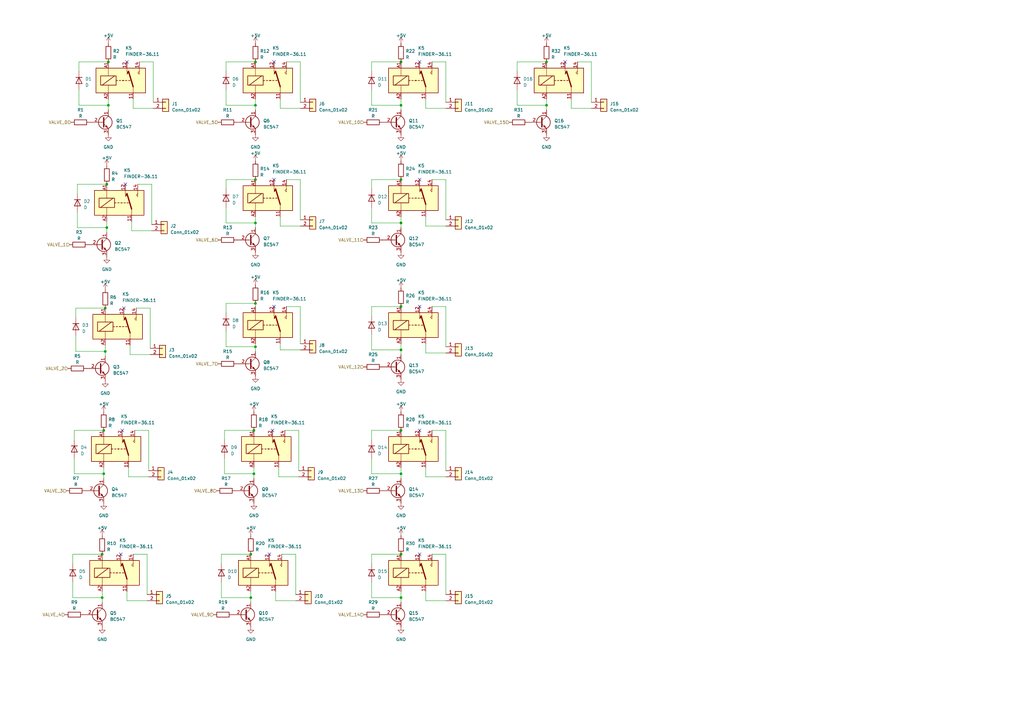
<source format=kicad_sch>
(kicad_sch (version 20230121) (generator eeschema)
  (paper "A3")
  (lib_symbols
    (symbol "Connector_Generic:Conn_01x02" (pin_names (offset 1.016) hide)
      (property "Reference" "J" (at 0 2.54 0))
      (property "Value" "Conn_01x02" (at 0 -5.08 0))
      (symbol "Conn_01x02_1_1"
        (rectangle (start -1.27 -2.413) (end 0 -2.667) (stroke (width 0.1524)))
        (rectangle (start -1.27 0.127) (end 0 -0.127) (stroke (width 0.1524)))
        (rectangle (start -1.27 1.27) (end 1.27 -3.81) (stroke (width 0.254)) (fill (type background)))
        (pin passive line (at -5.08 0 0) (length 3.81) (name "Pin_1") (number "1"))
        (pin passive line (at -5.08 -2.54 0) (length 3.81) (name "Pin_2") (number "2"))
      )
    )
    (symbol "Device:D" (pin_numbers hide) (pin_names (offset 1.016) hide)
      (property "Reference" "D" (at 0 2.54 0))
      (property "Value" "D" (at 0 -2.54 0))
      (symbol "D_0_1"
        (polyline (pts (xy -1.27 1.27) (xy -1.27 -1.27)) (stroke (width 0.254)))
        (polyline (pts (xy 1.27 0) (xy -1.27 0)))
        (polyline (pts (xy 1.27 1.27) (xy 1.27 -1.27) (xy -1.27 0) (xy 1.27 1.27)) (stroke (width 0.254)))
      )
      (symbol "D_1_1"
        (pin passive line (at -3.81 0 0) (length 2.54) (name "K") (number "1"))
        (pin passive line (at 3.81 0 180) (length 2.54) (name "A") (number "2"))
      )
    )
    (symbol "Device:R" (pin_numbers hide) (pin_names (offset 0))
      (property "Reference" "R" (at 2.032 0 90))
      (property "Value" "R" (at 0 0 90))
      (symbol "R_0_1"
        (rectangle (start -1.016 -2.54) (end 1.016 2.54) (stroke (width 0.254)))
      )
      (symbol "R_1_1"
        (pin passive line (at 0 3.81 270) (length 1.27) (name "~") (number "1"))
        (pin passive line (at 0 -3.81 90) (length 1.27) (name "~") (number "2"))
      )
    )
    (symbol "Relay:FINDER-36.11"
      (property "Reference" "K" (at 11.43 3.81 0))
      (property "Value" "FINDER-36.11" (at 11.43 1.27 0))
      (symbol "FINDER-36.11_0_0"
        (polyline (pts (xy 2.54 3.81) (xy 2.54 5.08)))
        (polyline (pts (xy 7.62 3.81) (xy 7.62 5.08)))
        (polyline (pts (xy 7.62 3.81) (xy 7.62 2.54) (xy 6.985 3.175) (xy 7.62 3.81)))
      )
      (symbol "FINDER-36.11_0_1"
        (rectangle (start -10.16 5.08) (end 10.16 -5.08) (stroke (width 0.254)) (fill (type background)))
        (rectangle (start -8.255 1.905) (end -1.905 -1.905) (stroke (width 0.254)))
        (polyline (pts (xy -7.62 -1.905) (xy -2.54 1.905)) (stroke (width 0.254)))
        (polyline (pts (xy -5.08 -5.08) (xy -5.08 -1.905)))
        (polyline (pts (xy -5.08 5.08) (xy -5.08 1.905)))
        (polyline (pts (xy -1.905 0) (xy -1.27 0)) (stroke (width 0.254)))
        (polyline (pts (xy -0.635 0) (xy 0 0)) (stroke (width 0.254)))
        (polyline (pts (xy 0.635 0) (xy 1.27 0)) (stroke (width 0.254)))
        (polyline (pts (xy 0.635 0) (xy 1.27 0)) (stroke (width 0.254)))
        (polyline (pts (xy 1.905 0) (xy 2.54 0)) (stroke (width 0.254)))
        (polyline (pts (xy 3.175 0) (xy 3.81 0)) (stroke (width 0.254)))
        (polyline (pts (xy 5.08 -2.54) (xy 3.175 3.81)) (stroke (width 0.508)))
        (polyline (pts (xy 5.08 -2.54) (xy 5.08 -5.08)))
        (polyline (pts (xy 2.54 2.54) (xy 3.175 3.175) (xy 2.54 3.81)) (fill (type outline)))
      )
      (symbol "FINDER-36.11_1_1"
        (pin passive line (at 5.08 -7.62 90) (length 2.54) (name "~") (number "11"))
        (pin passive line (at 2.54 7.62 270) (length 2.54) (name "~") (number "12"))
        (pin passive line (at 7.62 7.62 270) (length 2.54) (name "~") (number "14"))
        (pin passive line (at -5.08 7.62 270) (length 2.54) (name "~") (number "A1"))
        (pin passive line (at -5.08 -7.62 90) (length 2.54) (name "~") (number "A2"))
      )
    )
    (symbol "Transistor_BJT:BC547" (pin_names (offset 0) hide)
      (property "Reference" "Q" (at 5.08 1.905 0))
      (property "Value" "BC547" (at 5.08 0 0))
      (symbol "BC547_0_1"
        (polyline (pts (xy 0 0) (xy 0.635 0)))
        (polyline (pts (xy 0.635 0.635) (xy 2.54 2.54)))
        (polyline (pts (xy 0.635 -0.635) (xy 2.54 -2.54) (xy 2.54 -2.54)))
        (polyline (pts (xy 0.635 1.905) (xy 0.635 -1.905) (xy 0.635 -1.905)) (stroke (width 0.508)))
        (polyline (pts (xy 1.27 -1.778) (xy 1.778 -1.27) (xy 2.286 -2.286) (xy 1.27 -1.778) (xy 1.27 -1.778)) (fill (type outline)))
        (circle (center 1.27 0) (radius 2.8194) (stroke (width 0.254)))
      )
      (symbol "BC547_1_1"
        (pin passive line (at 2.54 5.08 270) (length 2.54) (name "C") (number "1"))
        (pin input line (at -5.08 0 0) (length 5.08) (name "B") (number "2"))
        (pin passive line (at 2.54 -5.08 90) (length 2.54) (name "E") (number "3"))
      )
    )
    (symbol "power:+5V" (power) (pin_names (offset 0))
      (property "Value" "+5V" (at 0 3.556 0))
      (symbol "+5V_0_1"
        (polyline (pts (xy -0.762 1.27) (xy 0 2.54)))
        (polyline (pts (xy 0 0) (xy 0 2.54)))
        (polyline (pts (xy 0 2.54) (xy 0.762 1.27)))
      )
      (symbol "+5V_1_1"
        (pin power_in line (at 0 0 90) (length 0) hide (name "+5V") (number "1"))
      )
    )
    (symbol "power:GND" (power) (pin_names (offset 0))
      (property "Value" "GND" (at 0 -3.81 0))
      (symbol "GND_0_1"
        (polyline (pts (xy 0 0) (xy 0 -1.27) (xy 1.27 -1.27) (xy 0 -2.54) (xy -1.27 -1.27) (xy 0 -1.27)))
      )
      (symbol "GND_1_1"
        (pin power_in line (at 0 0 270) (length 0) hide (name "GND") (number "1"))
      )
    )
  )
  (junction (at 164.465 73.66))
  (junction (at 104.775 73.66))
  (junction (at 104.775 43.18))
  (junction (at 164.465 227.33))
  (junction (at 43.18 126.365))
  (junction (at 164.465 194.31))
  (junction (at 164.465 25.4))
  (junction (at 44.45 43.18))
  (junction (at 43.815 75.565))
  (junction (at 164.465 245.11))
  (junction (at 164.465 43.18))
  (junction (at 41.91 245.11))
  (junction (at 164.465 91.44))
  (junction (at 104.775 91.44))
  (junction (at 224.155 43.18))
  (junction (at 104.775 142.24))
  (junction (at 42.545 194.31))
  (junction (at 43.18 144.145))
  (junction (at 224.155 25.4))
  (junction (at 102.87 227.33))
  (junction (at 164.465 176.53))
  (junction (at 42.545 176.53))
  (junction (at 41.91 227.33))
  (junction (at 102.87 245.11))
  (junction (at 164.465 125.73))
  (junction (at 44.45 25.4))
  (junction (at 164.465 143.51))
  (junction (at 104.14 176.53))
  (junction (at 104.14 194.31))
  (junction (at 43.815 93.345))
  (junction (at 104.775 124.46))
  (junction (at 104.775 25.4))
  (no_connect (at 50.165 176.53))
  (no_connect (at 172.085 73.66))
  (no_connect (at 49.53 227.33))
  (no_connect (at 52.07 25.4))
  (no_connect (at 50.8 126.365))
  (no_connect (at 51.435 75.565))
  (no_connect (at 110.49 227.33))
  (no_connect (at 112.395 125.73))
  (no_connect (at 172.085 176.53))
  (no_connect (at 172.085 25.4))
  (no_connect (at 172.085 125.73))
  (no_connect (at 111.76 176.53))
  (no_connect (at 112.395 73.66))
  (no_connect (at 112.395 25.4))
  (no_connect (at 172.085 227.33))
  (no_connect (at 231.775 25.4))
  (wire (pts (xy 102.87 227.33) (xy 90.805 227.33)))
  (wire (pts (xy 52.07 246.38) (xy 60.325 246.38)))
  (wire (pts (xy 152.4 187.96) (xy 152.4 194.31)))
  (wire (pts (xy 234.315 40.64) (xy 234.315 44.45)))
  (wire (pts (xy 53.975 94.615) (xy 62.23 94.615)))
  (wire (pts (xy 92.075 194.31) (xy 104.14 194.31)))
  (wire (pts (xy 42.545 191.77) (xy 42.545 194.31)))
  (wire (pts (xy 114.935 88.9) (xy 114.935 92.71)))
  (wire (pts (xy 152.4 36.83) (xy 152.4 43.18)))
  (wire (pts (xy 174.625 191.77) (xy 174.625 195.58)))
  (wire (pts (xy 104.775 124.46) (xy 92.71 124.46)))
  (wire (pts (xy 104.775 73.66) (xy 92.71 73.66)))
  (wire (pts (xy 174.625 40.64) (xy 174.625 44.45)))
  (wire (pts (xy 92.71 124.46) (xy 92.71 128.27)))
  (wire (pts (xy 41.91 242.57) (xy 41.91 245.11)))
  (wire (pts (xy 114.3 191.77) (xy 114.3 195.58)))
  (wire (pts (xy 113.03 242.57) (xy 113.03 246.38)))
  (wire (pts (xy 113.03 246.38) (xy 121.285 246.38)))
  (wire (pts (xy 104.14 194.31) (xy 104.14 196.215)))
  (wire (pts (xy 164.465 242.57) (xy 164.465 245.11)))
  (wire (pts (xy 31.75 93.345) (xy 43.815 93.345)))
  (wire (pts (xy 42.545 194.31) (xy 42.545 196.215)))
  (wire (pts (xy 43.815 93.345) (xy 43.815 95.25)))
  (wire (pts (xy 53.975 90.805) (xy 53.975 94.615)))
  (wire (pts (xy 90.805 238.76) (xy 90.805 245.11)))
  (wire (pts (xy 177.165 25.4) (xy 182.88 25.4)))
  (wire (pts (xy 164.465 40.64) (xy 164.465 43.18)))
  (wire (pts (xy 115.57 227.33) (xy 121.285 227.33)))
  (wire (pts (xy 164.465 245.11) (xy 164.465 247.015)))
  (wire (pts (xy 182.88 73.66) (xy 182.88 90.17)))
  (wire (pts (xy 164.465 91.44) (xy 164.465 93.345)))
  (wire (pts (xy 90.805 245.11) (xy 102.87 245.11)))
  (wire (pts (xy 212.09 25.4) (xy 212.09 29.21)))
  (wire (pts (xy 53.34 141.605) (xy 53.34 145.415)))
  (wire (pts (xy 44.45 43.18) (xy 44.45 45.085)))
  (wire (pts (xy 121.285 227.33) (xy 121.285 243.84)))
  (wire (pts (xy 104.775 25.4) (xy 92.71 25.4)))
  (wire (pts (xy 152.4 25.4) (xy 152.4 29.21)))
  (wire (pts (xy 174.625 246.38) (xy 182.88 246.38)))
  (wire (pts (xy 43.18 141.605) (xy 43.18 144.145)))
  (wire (pts (xy 122.555 176.53) (xy 122.555 193.04)))
  (wire (pts (xy 117.475 25.4) (xy 123.19 25.4)))
  (wire (pts (xy 104.775 140.97) (xy 104.775 142.24)))
  (wire (pts (xy 164.465 88.9) (xy 164.465 91.44)))
  (wire (pts (xy 177.165 227.33) (xy 182.88 227.33)))
  (wire (pts (xy 52.07 242.57) (xy 52.07 246.38)))
  (wire (pts (xy 123.19 125.73) (xy 123.19 140.97)))
  (wire (pts (xy 92.71 25.4) (xy 92.71 29.21)))
  (wire (pts (xy 92.71 85.09) (xy 92.71 91.44)))
  (wire (pts (xy 104.775 88.9) (xy 104.775 91.44)))
  (wire (pts (xy 104.14 176.53) (xy 92.075 176.53)))
  (wire (pts (xy 177.165 125.73) (xy 182.88 125.73)))
  (wire (pts (xy 30.48 187.96) (xy 30.48 194.31)))
  (wire (pts (xy 32.385 36.83) (xy 32.385 43.18)))
  (wire (pts (xy 92.71 142.24) (xy 104.775 142.24)))
  (wire (pts (xy 104.14 191.77) (xy 104.14 194.31)))
  (wire (pts (xy 104.775 43.18) (xy 104.775 45.085)))
  (wire (pts (xy 117.475 73.66) (xy 123.19 73.66)))
  (wire (pts (xy 177.165 73.66) (xy 182.88 73.66)))
  (wire (pts (xy 242.57 25.4) (xy 242.57 41.91)))
  (wire (pts (xy 212.09 36.83) (xy 212.09 43.18)))
  (wire (pts (xy 114.935 92.71) (xy 123.19 92.71)))
  (wire (pts (xy 104.775 142.24) (xy 104.775 144.145)))
  (wire (pts (xy 182.88 227.33) (xy 182.88 243.84)))
  (wire (pts (xy 52.705 191.77) (xy 52.705 195.58)))
  (wire (pts (xy 164.465 43.18) (xy 164.465 45.085)))
  (wire (pts (xy 152.4 73.66) (xy 152.4 77.47)))
  (wire (pts (xy 174.625 144.78) (xy 182.88 144.78)))
  (wire (pts (xy 92.71 36.83) (xy 92.71 43.18)))
  (wire (pts (xy 152.4 85.09) (xy 152.4 91.44)))
  (wire (pts (xy 114.935 140.97) (xy 114.935 143.51)))
  (wire (pts (xy 174.625 242.57) (xy 174.625 246.38)))
  (wire (pts (xy 164.465 25.4) (xy 152.4 25.4)))
  (wire (pts (xy 30.48 194.31) (xy 42.545 194.31)))
  (wire (pts (xy 164.465 191.77) (xy 164.465 194.31)))
  (wire (pts (xy 152.4 194.31) (xy 164.465 194.31)))
  (wire (pts (xy 43.18 126.365) (xy 31.115 126.365)))
  (wire (pts (xy 212.09 43.18) (xy 224.155 43.18)))
  (wire (pts (xy 114.935 44.45) (xy 123.19 44.45)))
  (wire (pts (xy 174.625 88.9) (xy 174.625 92.71)))
  (wire (pts (xy 43.815 75.565) (xy 31.75 75.565)))
  (wire (pts (xy 152.4 176.53) (xy 152.4 180.34)))
  (wire (pts (xy 31.115 144.145) (xy 43.18 144.145)))
  (wire (pts (xy 152.4 245.11) (xy 164.465 245.11)))
  (wire (pts (xy 92.71 73.66) (xy 92.71 77.47)))
  (wire (pts (xy 224.155 43.18) (xy 224.155 45.085)))
  (wire (pts (xy 152.4 238.76) (xy 152.4 245.11)))
  (wire (pts (xy 29.845 245.11) (xy 41.91 245.11)))
  (wire (pts (xy 164.465 176.53) (xy 152.4 176.53)))
  (wire (pts (xy 164.465 73.66) (xy 152.4 73.66)))
  (wire (pts (xy 42.545 176.53) (xy 30.48 176.53)))
  (wire (pts (xy 152.4 125.73) (xy 152.4 129.54)))
  (wire (pts (xy 182.88 125.73) (xy 182.88 142.24)))
  (wire (pts (xy 55.88 126.365) (xy 61.595 126.365)))
  (wire (pts (xy 174.625 92.71) (xy 182.88 92.71)))
  (wire (pts (xy 104.775 91.44) (xy 104.775 93.345)))
  (wire (pts (xy 177.165 176.53) (xy 182.88 176.53)))
  (wire (pts (xy 31.75 86.995) (xy 31.75 93.345)))
  (wire (pts (xy 236.855 25.4) (xy 242.57 25.4)))
  (wire (pts (xy 182.88 25.4) (xy 182.88 41.91)))
  (wire (pts (xy 92.71 91.44) (xy 104.775 91.44)))
  (wire (pts (xy 174.625 195.58) (xy 182.88 195.58)))
  (wire (pts (xy 164.465 227.33) (xy 152.4 227.33)))
  (wire (pts (xy 224.155 25.4) (xy 212.09 25.4)))
  (wire (pts (xy 44.45 25.4) (xy 32.385 25.4)))
  (wire (pts (xy 152.4 143.51) (xy 164.465 143.51)))
  (wire (pts (xy 164.465 194.31) (xy 164.465 196.215)))
  (wire (pts (xy 182.88 176.53) (xy 182.88 193.04)))
  (wire (pts (xy 53.34 145.415) (xy 61.595 145.415)))
  (wire (pts (xy 60.325 227.33) (xy 60.325 243.84)))
  (wire (pts (xy 114.935 143.51) (xy 123.19 143.51)))
  (wire (pts (xy 54.61 44.45) (xy 62.865 44.45)))
  (wire (pts (xy 55.245 176.53) (xy 60.96 176.53)))
  (wire (pts (xy 92.075 187.96) (xy 92.075 194.31)))
  (wire (pts (xy 30.48 176.53) (xy 30.48 180.34)))
  (wire (pts (xy 164.465 125.73) (xy 152.4 125.73)))
  (wire (pts (xy 224.155 40.64) (xy 224.155 43.18)))
  (wire (pts (xy 62.865 25.4) (xy 62.865 41.91)))
  (wire (pts (xy 43.18 144.145) (xy 43.18 146.05)))
  (wire (pts (xy 117.475 125.73) (xy 123.19 125.73)))
  (wire (pts (xy 174.625 44.45) (xy 182.88 44.45)))
  (wire (pts (xy 62.23 75.565) (xy 62.23 92.075)))
  (wire (pts (xy 54.61 227.33) (xy 60.325 227.33)))
  (wire (pts (xy 29.845 238.76) (xy 29.845 245.11)))
  (wire (pts (xy 174.625 140.97) (xy 174.625 144.78)))
  (wire (pts (xy 92.075 176.53) (xy 92.075 180.34)))
  (wire (pts (xy 102.87 242.57) (xy 102.87 245.11)))
  (wire (pts (xy 234.315 44.45) (xy 242.57 44.45)))
  (wire (pts (xy 116.84 176.53) (xy 122.555 176.53)))
  (wire (pts (xy 164.465 143.51) (xy 164.465 145.415)))
  (wire (pts (xy 90.805 227.33) (xy 90.805 231.14)))
  (wire (pts (xy 61.595 126.365) (xy 61.595 142.875)))
  (wire (pts (xy 41.91 227.33) (xy 29.845 227.33)))
  (wire (pts (xy 44.45 40.64) (xy 44.45 43.18)))
  (wire (pts (xy 114.3 195.58) (xy 122.555 195.58)))
  (wire (pts (xy 41.91 245.11) (xy 41.91 247.015)))
  (wire (pts (xy 60.96 176.53) (xy 60.96 193.04)))
  (wire (pts (xy 123.19 73.66) (xy 123.19 90.17)))
  (wire (pts (xy 104.775 40.64) (xy 104.775 43.18)))
  (wire (pts (xy 152.4 137.16) (xy 152.4 143.51)))
  (wire (pts (xy 31.115 137.795) (xy 31.115 144.145)))
  (wire (pts (xy 32.385 25.4) (xy 32.385 29.21)))
  (wire (pts (xy 52.705 195.58) (xy 60.96 195.58)))
  (wire (pts (xy 104.775 125.73) (xy 104.775 124.46)))
  (wire (pts (xy 92.71 135.89) (xy 92.71 142.24)))
  (wire (pts (xy 31.115 126.365) (xy 31.115 130.175)))
  (wire (pts (xy 102.87 245.11) (xy 102.87 247.015)))
  (wire (pts (xy 152.4 91.44) (xy 164.465 91.44)))
  (wire (pts (xy 29.845 227.33) (xy 29.845 231.14)))
  (wire (pts (xy 123.19 25.4) (xy 123.19 41.91)))
  (wire (pts (xy 152.4 227.33) (xy 152.4 231.14)))
  (wire (pts (xy 56.515 75.565) (xy 62.23 75.565)))
  (wire (pts (xy 54.61 40.64) (xy 54.61 44.45)))
  (wire (pts (xy 31.75 75.565) (xy 31.75 79.375)))
  (wire (pts (xy 114.935 40.64) (xy 114.935 44.45)))
  (wire (pts (xy 164.465 140.97) (xy 164.465 143.51)))
  (wire (pts (xy 92.71 43.18) (xy 104.775 43.18)))
  (wire (pts (xy 32.385 43.18) (xy 44.45 43.18)))
  (wire (pts (xy 43.815 90.805) (xy 43.815 93.345)))
  (wire (pts (xy 57.15 25.4) (xy 62.865 25.4)))
  (wire (pts (xy 152.4 43.18) (xy 164.465 43.18)))
  (hierarchical_label "VALVE_0" (shape input) (at 29.21 50.165 180))
  (hierarchical_label "VALVE_4" (shape input) (at 26.67 252.095 180))
  (hierarchical_label "VALVE_1" (shape input) (at 28.575 100.33 180))
  (hierarchical_label "VALVE_14" (shape input) (at 149.225 252.095 180))
  (hierarchical_label "VALVE_6" (shape input) (at 89.535 98.425 180))
  (hierarchical_label "VALVE_9" (shape input) (at 87.63 252.095 180))
  (hierarchical_label "VALVE_7" (shape input) (at 89.535 149.225 180))
  (hierarchical_label "VALVE_11" (shape input) (at 149.225 98.425 180))
  (hierarchical_label "VALVE_12" (shape input) (at 149.225 150.495 180))
  (hierarchical_label "VALVE_8" (shape input) (at 88.9 201.295 180))
  (hierarchical_label "VALVE_10" (shape input) (at 149.225 50.165 180))
  (hierarchical_label "VALVE_3" (shape input) (at 27.305 201.295 180))
  (hierarchical_label "VALVE_5" (shape input) (at 89.535 50.165 180))
  (hierarchical_label "VALVE_15" (shape input) (at 208.915 50.165 180))
  (hierarchical_label "VALVE_2" (shape input) (at 27.94 151.13 180))
  (hierarchical_label "VALVE_13" (shape input) (at 149.225 201.295 180))
  (symbol (lib_id "Connector_Generic:Conn_01x02") (at 66.04 193.04 0) (unit 1)
    (property "Reference" "J4" (at 68.58 193.675 0) (effects (justify left)))
    (property "Value" "Conn_01x02" (at 68.58 196.215 0) (effects (justify left)))
  )
  (symbol (lib_id "power:GND") (at 164.465 155.575 0) (unit 1)
    (property "Reference" "#PWR026" (effects hide))
    (property "Value" "GND" (at 164.465 160.655 0))
  )
  (symbol (lib_id "Device:R") (at 153.035 150.495 90) (unit 1)
    (property "Reference" "R25" (at 153.035 145.415 90))
    (property "Value" "R" (at 153.035 147.955 90))
  )
  (symbol (lib_id "power:GND") (at 164.465 257.175 0) (unit 1)
    (property "Reference" "#PWR030" (effects hide))
    (property "Value" "GND" (at 164.465 262.255 0))
  )
  (symbol (lib_id "Device:R") (at 153.035 252.095 90) (unit 1)
    (property "Reference" "R29" (at 153.035 247.015 90))
    (property "Value" "R" (at 153.035 249.555 90))
  )
  (symbol (lib_id "Connector_Generic:Conn_01x02") (at 67.31 92.075 0) (unit 1)
    (property "Reference" "J2" (at 69.85 92.71 0) (effects (justify left)))
    (property "Value" "Conn_01x02" (at 69.85 95.25 0) (effects (justify left)))
  )
  (symbol (lib_id "Device:R") (at 43.18 122.555 0) (unit 1)
    (property "Reference" "R6" (at 45.085 121.92 0) (effects (justify left)))
    (property "Value" "R" (at 45.085 124.46 0) (effects (justify left)))
  )
  (symbol (lib_id "Device:R") (at 104.14 172.72 0) (unit 1)
    (property "Reference" "R18" (at 106.045 172.085 0) (effects (justify left)))
    (property "Value" "R" (at 106.045 174.625 0) (effects (justify left)))
  )
  (symbol (lib_id "Device:D") (at 31.115 133.985 270) (unit 1)
    (property "Reference" "D3" (at 33.655 133.35 90) (effects (justify left)))
    (property "Value" "D" (at 33.655 135.89 90) (effects (justify left)))
    (property "Sim.Device" "D" (effects hide))
    (property "Sim.Pins" "1=K 2=A" (effects hide))
  )
  (symbol (lib_id "Device:R") (at 104.775 21.59 0) (unit 1)
    (property "Reference" "R12" (at 106.68 20.955 0) (effects (justify left)))
    (property "Value" "R" (at 106.68 23.495 0) (effects (justify left)))
  )
  (symbol (lib_id "Relay:FINDER-36.11") (at 229.235 33.02 0) (unit 1)
    (property "Reference" "K5" (at 231.14 19.685 0) (effects (justify left)))
    (property "Value" "FINDER-36.11" (at 231.14 22.225 0) (effects (justify left)))
    (property "Footprint" "Relay_THT:Relay_StandexMeder_DIP_LowProfile" (effects hide))
    (property "Datasheet" "https://gfinder.findernet.com/public/attachments/36/EN/S36EN.pdf" (effects hide))
    (instances (project "stacja_pomiarowa_panel" (path "" (reference "K5") (unit 1)) (path "" (reference "K16") (unit 1))))
  )
  (symbol (lib_id "Relay:FINDER-36.11") (at 107.95 234.95 0) (unit 1)
    (property "Reference" "K5" (at 109.855 221.615 0) (effects (justify left)))
    (property "Value" "FINDER-36.11" (at 109.855 224.155 0) (effects (justify left)))
    (property "Footprint" "Relay_THT:Relay_StandexMeder_DIP_LowProfile" (effects hide))
    (property "Datasheet" "https://gfinder.findernet.com/public/attachments/36/EN/S36EN.pdf" (effects hide))
    (instances (project "stacja_pomiarowa_panel" (path "" (reference "K5") (unit 1)) (path "" (reference "K10") (unit 1))))
  )
  (symbol (lib_id "Transistor_BJT:BC547") (at 161.925 252.095 0) (unit 1)
    (property "Reference" "Q15" (at 167.64 251.46 0) (effects (justify left)))
    (property "Value" "BC547" (at 167.64 254 0) (effects (justify left)))
    (property "Footprint" "Package_TO_SOT_THT:TO-92_Inline" (effects hide))
    (property "Datasheet" "https://www.onsemi.com/pub/Collateral/BC550-D.pdf" (effects hide))
  )
  (symbol (lib_id "Relay:FINDER-36.11") (at 49.53 33.02 0) (unit 1)
    (property "Reference" "K5" (at 51.435 19.685 0) (effects (justify left)))
    (property "Value" "FINDER-36.11" (at 51.435 22.225 0) (effects (justify left)))
    (property "Footprint" "Relay_THT:Relay_StandexMeder_DIP_LowProfile" (effects hide))
    (property "Datasheet" "https://gfinder.findernet.com/public/attachments/36/EN/S36EN.pdf" (effects hide))
    (instances (project "stacja_pomiarowa_panel" (path "" (reference "K5") (unit 1)) (path "" (reference "K1") (unit 1))))
  )
  (symbol (lib_id "Connector_Generic:Conn_01x02") (at 187.96 142.24 0) (unit 1)
    (property "Reference" "J13" (at 190.5 142.875 0) (effects (justify left)))
    (property "Value" "Conn_01x02" (at 190.5 145.415 0) (effects (justify left)))
  )
  (symbol (lib_id "Relay:FINDER-36.11") (at 169.545 184.15 0) (unit 1)
    (property "Reference" "K5" (at 171.45 170.815 0) (effects (justify left)))
    (property "Value" "FINDER-36.11" (at 171.45 173.355 0) (effects (justify left)))
    (property "Footprint" "Relay_THT:Relay_StandexMeder_DIP_LowProfile" (effects hide))
    (property "Datasheet" "https://gfinder.findernet.com/public/attachments/36/EN/S36EN.pdf" (effects hide))
    (instances (project "stacja_pomiarowa_panel" (path "" (reference "K5") (unit 1)) (path "" (reference "K14") (unit 1))))
  )
  (symbol (lib_id "power:+5V") (at 104.775 17.78 0) (unit 1)
    (property "Reference" "#PWR011" (effects hide))
    (property "Value" "+5V" (at 104.775 14.605 0))
  )
  (symbol (lib_id "power:GND") (at 224.155 55.245 0) (unit 1)
    (property "Reference" "#PWR032" (effects hide))
    (property "Value" "GND" (at 224.155 60.325 0))
  )
  (symbol (lib_id "Relay:FINDER-36.11") (at 46.99 234.95 0) (unit 1)
    (property "Reference" "K5" (at 48.895 221.615 0) (effects (justify left)))
    (property "Value" "FINDER-36.11" (at 48.895 224.155 0) (effects (justify left)))
    (property "Footprint" "Relay_THT:Relay_StandexMeder_DIP_LowProfile" (effects hide))
    (property "Datasheet" "https://gfinder.findernet.com/public/attachments/36/EN/S36EN.pdf" (effects hide))
  )
  (symbol (lib_id "Device:R") (at 92.71 201.295 90) (unit 1)
    (property "Reference" "R17" (at 92.71 196.215 90))
    (property "Value" "R" (at 92.71 198.755 90))
  )
  (symbol (lib_id "Device:R") (at 30.48 252.095 90) (unit 1)
    (property "Reference" "R9" (at 30.48 247.015 90))
    (property "Value" "R" (at 30.48 249.555 90))
  )
  (symbol (lib_id "Device:R") (at 102.87 223.52 0) (unit 1)
    (property "Reference" "R20" (at 104.775 222.885 0) (effects (justify left)))
    (property "Value" "R" (at 104.775 225.425 0) (effects (justify left)))
  )
  (symbol (lib_id "Connector_Generic:Conn_01x02") (at 128.27 140.97 0) (unit 1)
    (property "Reference" "J8" (at 130.81 141.605 0) (effects (justify left)))
    (property "Value" "Conn_01x02" (at 130.81 144.145 0) (effects (justify left)))
  )
  (symbol (lib_id "Device:D") (at 90.805 234.95 270) (unit 1)
    (property "Reference" "D10" (at 93.345 234.315 90) (effects (justify left)))
    (property "Value" "D" (at 93.345 236.855 90) (effects (justify left)))
    (property "Sim.Device" "D" (effects hide))
    (property "Sim.Pins" "1=K 2=A" (effects hide))
  )
  (symbol (lib_id "Connector_Generic:Conn_01x02") (at 187.96 90.17 0) (unit 1)
    (property "Reference" "J12" (at 190.5 90.805 0) (effects (justify left)))
    (property "Value" "Conn_01x02" (at 190.5 93.345 0) (effects (justify left)))
  )
  (symbol (lib_id "Device:D") (at 152.4 234.95 270) (unit 1)
    (property "Reference" "D15" (at 154.94 234.315 90) (effects (justify left)))
    (property "Value" "D" (at 154.94 236.855 90) (effects (justify left)))
    (property "Sim.Device" "D" (effects hide))
    (property "Sim.Pins" "1=K 2=A" (effects hide))
  )
  (symbol (lib_id "Device:R") (at 153.035 201.295 90) (unit 1)
    (property "Reference" "R27" (at 153.035 196.215 90))
    (property "Value" "R" (at 153.035 198.755 90))
  )
  (symbol (lib_id "power:+5V") (at 104.775 116.84 0) (unit 1)
    (property "Reference" "#PWR015" (effects hide))
    (property "Value" "+5V" (at 104.775 113.665 0))
  )
  (symbol (lib_id "Connector_Generic:Conn_01x02") (at 128.27 90.17 0) (unit 1)
    (property "Reference" "J7" (at 130.81 90.805 0) (effects (justify left)))
    (property "Value" "Conn_01x02" (at 130.81 93.345 0) (effects (justify left)))
  )
  (symbol (lib_id "Relay:FINDER-36.11") (at 169.545 133.35 0) (unit 1)
    (property "Reference" "K5" (at 171.45 120.015 0) (effects (justify left)))
    (property "Value" "FINDER-36.11" (at 171.45 122.555 0) (effects (justify left)))
    (property "Footprint" "Relay_THT:Relay_StandexMeder_DIP_LowProfile" (effects hide))
    (property "Datasheet" "https://gfinder.findernet.com/public/attachments/36/EN/S36EN.pdf" (effects hide))
    (instances (project "stacja_pomiarowa_panel" (path "" (reference "K5") (unit 1)) (path "" (reference "K13") (unit 1))))
  )
  (symbol (lib_id "Device:R") (at 104.775 69.85 0) (unit 1)
    (property "Reference" "R14" (at 106.68 69.215 0) (effects (justify left)))
    (property "Value" "R" (at 106.68 71.755 0) (effects (justify left)))
  )
  (symbol (lib_id "power:+5V") (at 164.465 17.78 0) (unit 1)
    (property "Reference" "#PWR021" (effects hide))
    (property "Value" "+5V" (at 164.465 14.605 0))
  )
  (symbol (lib_id "Device:R") (at 31.115 201.295 90) (unit 1)
    (property "Reference" "R7" (at 31.115 196.215 90))
    (property "Value" "R" (at 31.115 198.755 90))
  )
  (symbol (lib_id "power:GND") (at 41.91 257.175 0) (unit 1)
    (property "Reference" "#PWR010" (effects hide))
    (property "Value" "GND" (at 41.91 262.255 0))
  )
  (symbol (lib_id "Relay:FINDER-36.11") (at 109.855 33.02 0) (unit 1)
    (property "Reference" "K5" (at 111.76 19.685 0) (effects (justify left)))
    (property "Value" "FINDER-36.11" (at 111.76 22.225 0) (effects (justify left)))
    (property "Footprint" "Relay_THT:Relay_StandexMeder_DIP_LowProfile" (effects hide))
    (property "Datasheet" "https://gfinder.findernet.com/public/attachments/36/EN/S36EN.pdf" (effects hide))
    (instances (project "stacja_pomiarowa_panel" (path "" (reference "K5") (unit 1)) (path "" (reference "K6") (unit 1))))
  )
  (symbol (lib_id "power:+5V") (at 42.545 168.91 0) (unit 1)
    (property "Reference" "#PWR07" (effects hide))
    (property "Value" "+5V" (at 42.545 165.735 0))
  )
  (symbol (lib_id "Device:R") (at 93.345 50.165 90) (unit 1)
    (property "Reference" "R11" (at 93.345 45.085 90))
    (property "Value" "R" (at 93.345 47.625 90))
  )
  (symbol (lib_id "power:GND") (at 43.18 156.21 0) (unit 1)
    (property "Reference" "#PWR06" (effects hide))
    (property "Value" "GND" (at 43.18 161.29 0))
  )
  (symbol (lib_id "Device:R") (at 43.815 71.755 0) (unit 1)
    (property "Reference" "R4" (at 45.72 71.12 0) (effects (justify left)))
    (property "Value" "R" (at 45.72 73.66 0) (effects (justify left)))
  )
  (symbol (lib_id "power:GND") (at 102.87 257.175 0) (unit 1)
    (property "Reference" "#PWR020" (effects hide))
    (property "Value" "GND" (at 102.87 262.255 0))
  )
  (symbol (lib_id "Relay:FINDER-36.11") (at 169.545 33.02 0) (unit 1)
    (property "Reference" "K5" (at 171.45 19.685 0) (effects (justify left)))
    (property "Value" "FINDER-36.11" (at 171.45 22.225 0) (effects (justify left)))
    (property "Footprint" "Relay_THT:Relay_StandexMeder_DIP_LowProfile" (effects hide))
    (property "Datasheet" "https://gfinder.findernet.com/public/attachments/36/EN/S36EN.pdf" (effects hide))
    (instances (project "stacja_pomiarowa_panel" (path "" (reference "K5") (unit 1)) (path "" (reference "K11") (unit 1))))
  )
  (symbol (lib_id "Connector_Generic:Conn_01x02") (at 126.365 243.84 0) (unit 1)
    (property "Reference" "J10" (at 128.905 244.475 0) (effects (justify left)))
    (property "Value" "Conn_01x02" (at 128.905 247.015 0) (effects (justify left)))
  )
  (symbol (lib_id "Device:D") (at 152.4 33.02 270) (unit 1)
    (property "Reference" "D11" (at 154.94 32.385 90) (effects (justify left)))
    (property "Value" "D" (at 154.94 34.925 90) (effects (justify left)))
    (property "Sim.Device" "D" (effects hide))
    (property "Sim.Pins" "1=K 2=A" (effects hide))
  )
  (symbol (lib_id "power:GND") (at 104.14 206.375 0) (unit 1)
    (property "Reference" "#PWR018" (effects hide))
    (property "Value" "GND" (at 104.14 211.455 0))
  )
  (symbol (lib_id "Device:R") (at 164.465 21.59 0) (unit 1)
    (property "Reference" "R22" (at 166.37 20.955 0) (effects (justify left)))
    (property "Value" "R" (at 166.37 23.495 0) (effects (justify left)))
  )
  (symbol (lib_id "Connector_Generic:Conn_01x02") (at 187.96 193.04 0) (unit 1)
    (property "Reference" "J14" (at 190.5 193.675 0) (effects (justify left)))
    (property "Value" "Conn_01x02" (at 190.5 196.215 0) (effects (justify left)))
  )
  (symbol (lib_id "power:+5V") (at 164.465 168.91 0) (unit 1)
    (property "Reference" "#PWR027" (effects hide))
    (property "Value" "+5V" (at 164.465 165.735 0))
  )
  (symbol (lib_id "Device:R") (at 31.75 151.13 90) (unit 1)
    (property "Reference" "R5" (at 31.75 146.05 90))
    (property "Value" "R" (at 31.75 148.59 90))
  )
  (symbol (lib_id "Device:R") (at 104.775 120.65 0) (unit 1)
    (property "Reference" "R16" (at 106.68 120.015 0) (effects (justify left)))
    (property "Value" "R" (at 106.68 122.555 0) (effects (justify left)))
  )
  (symbol (lib_id "Connector_Generic:Conn_01x02") (at 66.675 142.875 0) (unit 1)
    (property "Reference" "J3" (at 69.215 143.51 0) (effects (justify left)))
    (property "Value" "Conn_01x02" (at 69.215 146.05 0) (effects (justify left)))
  )
  (symbol (lib_id "Device:R") (at 33.02 50.165 90) (unit 1)
    (property "Reference" "R1" (at 33.02 45.085 90))
    (property "Value" "R" (at 33.02 47.625 90))
  )
  (symbol (lib_id "Device:R") (at 164.465 69.85 0) (unit 1)
    (property "Reference" "R24" (at 166.37 69.215 0) (effects (justify left)))
    (property "Value" "R" (at 166.37 71.755 0) (effects (justify left)))
  )
  (symbol (lib_id "Device:D") (at 31.75 83.185 270) (unit 1)
    (property "Reference" "D2" (at 34.29 82.55 90) (effects (justify left)))
    (property "Value" "D" (at 34.29 85.09 90) (effects (justify left)))
    (property "Sim.Device" "D" (effects hide))
    (property "Sim.Pins" "1=K 2=A" (effects hide))
  )
  (symbol (lib_id "Device:D") (at 29.845 234.95 270) (unit 1)
    (property "Reference" "D5" (at 32.385 234.315 90) (effects (justify left)))
    (property "Value" "D" (at 32.385 236.855 90) (effects (justify left)))
    (property "Sim.Device" "D" (effects hide))
    (property "Sim.Pins" "1=K 2=A" (effects hide))
  )
  (symbol (lib_id "Transistor_BJT:BC547") (at 39.37 252.095 0) (unit 1)
    (property "Reference" "Q5" (at 45.085 251.46 0) (effects (justify left)))
    (property "Value" "BC547" (at 45.085 254 0) (effects (justify left)))
    (property "Footprint" "Package_TO_SOT_THT:TO-92_Inline" (effects hide))
    (property "Datasheet" "https://www.onsemi.com/pub/Collateral/BC550-D.pdf" (effects hide))
  )
  (symbol (lib_id "Device:R") (at 93.345 98.425 90) (unit 1)
    (property "Reference" "R13" (at 93.345 93.345 90))
    (property "Value" "R" (at 93.345 95.885 90))
  )
  (symbol (lib_id "power:GND") (at 42.545 206.375 0) (unit 1)
    (property "Reference" "#PWR08" (effects hide))
    (property "Value" "GND" (at 42.545 211.455 0))
  )
  (symbol (lib_id "Device:R") (at 32.385 100.33 90) (unit 1)
    (property "Reference" "R3" (at 32.385 95.25 90))
    (property "Value" "R" (at 32.385 97.79 90))
  )
  (symbol (lib_id "power:GND") (at 44.45 55.245 0) (unit 1)
    (property "Reference" "#PWR01" (effects hide))
    (property "Value" "GND" (at 44.45 60.325 0))
  )
  (symbol (lib_id "Device:D") (at 212.09 33.02 270) (unit 1)
    (property "Reference" "D16" (at 214.63 32.385 90) (effects (justify left)))
    (property "Value" "D" (at 214.63 34.925 90) (effects (justify left)))
    (property "Sim.Device" "D" (effects hide))
    (property "Sim.Pins" "1=K 2=A" (effects hide))
  )
  (symbol (lib_id "Relay:FINDER-36.11") (at 109.22 184.15 0) (unit 1)
    (property "Reference" "K5" (at 111.125 170.815 0) (effects (justify left)))
    (property "Value" "FINDER-36.11" (at 111.125 173.355 0) (effects (justify left)))
    (property "Footprint" "Relay_THT:Relay_StandexMeder_DIP_LowProfile" (effects hide))
    (property "Datasheet" "https://gfinder.findernet.com/public/attachments/36/EN/S36EN.pdf" (effects hide))
    (instances (project "stacja_pomiarowa_panel" (path "" (reference "K5") (unit 1)) (path "" (reference "K9") (unit 1))))
  )
  (symbol (lib_id "Transistor_BJT:BC547") (at 101.6 201.295 0) (unit 1)
    (property "Reference" "Q9" (at 107.315 200.66 0) (effects (justify left)))
    (property "Value" "BC547" (at 107.315 203.2 0) (effects (justify left)))
    (property "Footprint" "Package_TO_SOT_THT:TO-92_Inline" (effects hide))
    (property "Datasheet" "https://www.onsemi.com/pub/Collateral/BC550-D.pdf" (effects hide))
  )
  (symbol (lib_id "Device:R") (at 164.465 121.92 0) (unit 1)
    (property "Reference" "R26" (at 166.37 121.285 0) (effects (justify left)))
    (property "Value" "R" (at 166.37 123.825 0) (effects (justify left)))
  )
  (symbol (lib_id "Device:D") (at 32.385 33.02 270) (unit 1)
    (property "Reference" "D1" (at 34.925 32.385 90) (effects (justify left)))
    (property "Value" "D" (at 34.925 34.925 90) (effects (justify left)))
    (property "Sim.Device" "D" (effects hide))
    (property "Sim.Pins" "1=K 2=A" (effects hide))
  )
  (symbol (lib_id "Relay:FINDER-36.11") (at 47.625 184.15 0) (unit 1)
    (property "Reference" "K5" (at 49.53 170.815 0) (effects (justify left)))
    (property "Value" "FINDER-36.11" (at 49.53 173.355 0) (effects (justify left)))
    (property "Footprint" "Relay_THT:Relay_StandexMeder_DIP_LowProfile" (effects hide))
    (property "Datasheet" "https://gfinder.findernet.com/public/attachments/36/EN/S36EN.pdf" (effects hide))
    (instances (project "stacja_pomiarowa_panel" (path "" (reference "K5") (unit 1)) (path "" (reference "K4") (unit 1))))
  )
  (symbol (lib_id "Device:D") (at 92.71 33.02 270) (unit 1)
    (property "Reference" "D6" (at 95.25 32.385 90) (effects (justify left)))
    (property "Value" "D" (at 95.25 34.925 90) (effects (justify left)))
    (property "Sim.Device" "D" (effects hide))
    (property "Sim.Pins" "1=K 2=A" (effects hide))
  )
  (symbol (lib_id "Device:R") (at 153.035 98.425 90) (unit 1)
    (property "Reference" "R23" (at 153.035 93.345 90))
    (property "Value" "R" (at 153.035 95.885 90))
  )
  (symbol (lib_id "Transistor_BJT:BC547") (at 41.91 50.165 0) (unit 1)
    (property "Reference" "Q1" (at 47.625 49.53 0) (effects (justify left)))
    (property "Value" "BC547" (at 47.625 52.07 0) (effects (justify left)))
    (property "Footprint" "Package_TO_SOT_THT:TO-92_Inline" (effects hide))
    (property "Datasheet" "https://www.onsemi.com/pub/Collateral/BC550-D.pdf" (effects hide))
  )
  (symbol (lib_id "Relay:FINDER-36.11") (at 109.855 133.35 0) (unit 1)
    (property "Reference" "K5" (at 111.76 120.015 0) (effects (justify left)))
    (property "Value" "FINDER-36.11" (at 111.76 122.555 0) (effects (justify left)))
    (property "Footprint" "Relay_THT:Relay_StandexMeder_DIP_LowProfile" (effects hide))
    (property "Datasheet" "https://gfinder.findernet.com/public/attachments/36/EN/S36EN.pdf" (effects hide))
    (instances (project "stacja_pomiarowa_panel" (path "" (reference "K5") (unit 1)) (path "" (reference "K8") (unit 1))))
  )
  (symbol (lib_id "Device:R") (at 212.725 50.165 90) (unit 1)
    (property "Reference" "R31" (at 212.725 45.085 90))
    (property "Value" "R" (at 212.725 47.625 90))
  )
  (symbol (lib_id "Connector_Generic:Conn_01x02") (at 187.96 41.91 0) (unit 1)
    (property "Reference" "J11" (at 190.5 42.545 0) (effects (justify left)))
    (property "Value" "Conn_01x02" (at 190.5 45.085 0) (effects (justify left)))
  )
  (symbol (lib_id "power:+5V") (at 104.775 66.04 0) (unit 1)
    (property "Reference" "#PWR013" (effects hide))
    (property "Value" "+5V" (at 104.775 62.865 0))
  )
  (symbol (lib_id "Device:R") (at 91.44 252.095 90) (unit 1)
    (property "Reference" "R19" (at 91.44 247.015 90))
    (property "Value" "R" (at 91.44 249.555 90))
  )
  (symbol (lib_id "power:+5V") (at 44.45 17.78 0) (unit 1)
    (property "Reference" "#PWR02" (effects hide))
    (property "Value" "+5V" (at 44.45 14.605 0))
  )
  (symbol (lib_id "power:GND") (at 104.775 103.505 0) (unit 1)
    (property "Reference" "#PWR014" (effects hide))
    (property "Value" "GND" (at 104.775 108.585 0))
  )
  (symbol (lib_id "Device:D") (at 92.075 184.15 270) (unit 1)
    (property "Reference" "D9" (at 94.615 183.515 90) (effects (justify left)))
    (property "Value" "D" (at 94.615 186.055 90) (effects (justify left)))
    (property "Sim.Device" "D" (effects hide))
    (property "Sim.Pins" "1=K 2=A" (effects hide))
  )
  (symbol (lib_id "Relay:FINDER-36.11") (at 169.545 81.28 0) (unit 1)
    (property "Reference" "K5" (at 171.45 67.945 0) (effects (justify left)))
    (property "Value" "FINDER-36.11" (at 171.45 70.485 0) (effects (justify left)))
    (property "Footprint" "Relay_THT:Relay_StandexMeder_DIP_LowProfile" (effects hide))
    (property "Datasheet" "https://gfinder.findernet.com/public/attachments/36/EN/S36EN.pdf" (effects hide))
    (instances (project "stacja_pomiarowa_panel" (path "" (reference "K5") (unit 1)) (path "" (reference "K12") (unit 1))))
  )
  (symbol (lib_id "power:+5V") (at 41.91 219.71 0) (unit 1)
    (property "Reference" "#PWR09" (effects hide))
    (property "Value" "+5V" (at 41.91 216.535 0))
  )
  (symbol (lib_id "Relay:FINDER-36.11") (at 109.855 81.28 0) (unit 1)
    (property "Reference" "K5" (at 111.76 67.945 0) (effects (justify left)))
    (property "Value" "FINDER-36.11" (at 111.76 70.485 0) (effects (justify left)))
    (property "Footprint" "Relay_THT:Relay_StandexMeder_DIP_LowProfile" (effects hide))
    (property "Datasheet" "https://gfinder.findernet.com/public/attachments/36/EN/S36EN.pdf" (effects hide))
    (instances (project "stacja_pomiarowa_panel" (path "" (reference "K5") (unit 1)) (path "" (reference "K7") (unit 1))))
  )
  (symbol (lib_id "Transistor_BJT:BC547") (at 40.005 201.295 0) (unit 1)
    (property "Reference" "Q4" (at 45.72 200.66 0) (effects (justify left)))
    (property "Value" "BC547" (at 45.72 203.2 0) (effects (justify left)))
    (property "Footprint" "Package_TO_SOT_THT:TO-92_Inline" (effects hide))
    (property "Datasheet" "https://www.onsemi.com/pub/Collateral/BC550-D.pdf" (effects hide))
  )
  (symbol (lib_id "power:+5V") (at 43.18 118.745 0) (unit 1)
    (property "Reference" "#PWR05" (effects hide))
    (property "Value" "+5V" (at 43.18 115.57 0))
  )
  (symbol (lib_id "Transistor_BJT:BC547") (at 41.275 100.33 0) (unit 1)
    (property "Reference" "Q2" (at 46.99 99.695 0) (effects (justify left)))
    (property "Value" "BC547" (at 46.99 102.235 0) (effects (justify left)))
    (property "Footprint" "Package_TO_SOT_THT:TO-92_Inline" (effects hide))
    (property "Datasheet" "https://www.onsemi.com/pub/Collateral/BC550-D.pdf" (effects hide))
  )
  (symbol (lib_id "Transistor_BJT:BC547") (at 161.925 150.495 0) (unit 1)
    (property "Reference" "Q13" (at 167.64 149.86 0) (effects (justify left)))
    (property "Value" "BC547" (at 167.64 152.4 0) (effects (justify left)))
    (property "Footprint" "Package_TO_SOT_THT:TO-92_Inline" (effects hide))
    (property "Datasheet" "https://www.onsemi.com/pub/Collateral/BC550-D.pdf" (effects hide))
  )
  (symbol (lib_id "power:+5V") (at 164.465 66.04 0) (unit 1)
    (property "Reference" "#PWR023" (effects hide))
    (property "Value" "+5V" (at 164.465 62.865 0))
  )
  (symbol (lib_id "Device:R") (at 42.545 172.72 0) (unit 1)
    (property "Reference" "R8" (at 44.45 172.085 0) (effects (justify left)))
    (property "Value" "R" (at 44.45 174.625 0) (effects (justify left)))
  )
  (symbol (lib_id "Connector_Generic:Conn_01x02") (at 128.27 41.91 0) (unit 1)
    (property "Reference" "J6" (at 130.81 42.545 0) (effects (justify left)))
    (property "Value" "Conn_01x02" (at 130.81 45.085 0) (effects (justify left)))
  )
  (symbol (lib_id "Relay:FINDER-36.11") (at 48.895 83.185 0) (unit 1)
    (property "Reference" "K5" (at 50.8 69.85 0) (effects (justify left)))
    (property "Value" "FINDER-36.11" (at 50.8 72.39 0) (effects (justify left)))
    (property "Footprint" "Relay_THT:Relay_StandexMeder_DIP_LowProfile" (effects hide))
    (property "Datasheet" "https://gfinder.findernet.com/public/attachments/36/EN/S36EN.pdf" (effects hide))
    (instances (project "stacja_pomiarowa_panel" (path "" (reference "K5") (unit 1)) (path "" (reference "K2") (unit 1))))
  )
  (symbol (lib_id "power:+5V") (at 102.87 219.71 0) (unit 1)
    (property "Reference" "#PWR019" (effects hide))
    (property "Value" "+5V" (at 102.87 216.535 0))
  )
  (symbol (lib_id "Connector_Generic:Conn_01x02") (at 187.96 243.84 0) (unit 1)
    (property "Reference" "J15" (at 190.5 244.475 0) (effects (justify left)))
    (property "Value" "Conn_01x02" (at 190.5 247.015 0) (effects (justify left)))
  )
  (symbol (lib_id "Device:R") (at 164.465 172.72 0) (unit 1)
    (property "Reference" "R28" (at 166.37 172.085 0) (effects (justify left)))
    (property "Value" "R" (at 166.37 174.625 0) (effects (justify left)))
  )
  (symbol (lib_id "power:+5V") (at 164.465 118.11 0) (unit 1)
    (property "Reference" "#PWR025" (effects hide))
    (property "Value" "+5V" (at 164.465 114.935 0))
  )
  (symbol (lib_id "power:GND") (at 43.815 105.41 0) (unit 1)
    (property "Reference" "#PWR04" (effects hide))
    (property "Value" "GND" (at 43.815 110.49 0))
  )
  (symbol (lib_id "power:GND") (at 104.775 154.305 0) (unit 1)
    (property "Reference" "#PWR016" (effects hide))
    (property "Value" "GND" (at 104.775 159.385 0))
  )
  (symbol (lib_id "Transistor_BJT:BC547") (at 102.235 98.425 0) (unit 1)
    (property "Reference" "Q7" (at 107.95 97.79 0) (effects (justify left)))
    (property "Value" "BC547" (at 107.95 100.33 0) (effects (justify left)))
    (property "Footprint" "Package_TO_SOT_THT:TO-92_Inline" (effects hide))
    (property "Datasheet" "https://www.onsemi.com/pub/Collateral/BC550-D.pdf" (effects hide))
  )
  (symbol (lib_id "power:+5V") (at 164.465 219.71 0) (unit 1)
    (property "Reference" "#PWR029" (effects hide))
    (property "Value" "+5V" (at 164.465 216.535 0))
  )
  (symbol (lib_id "Connector_Generic:Conn_01x02") (at 65.405 243.84 0) (unit 1)
    (property "Reference" "J5" (at 67.945 244.475 0) (effects (justify left)))
    (property "Value" "Conn_01x02" (at 67.945 247.015 0) (effects (justify left)))
  )
  (symbol (lib_id "Device:D") (at 152.4 81.28 270) (unit 1)
    (property "Reference" "D12" (at 154.94 80.645 90) (effects (justify left)))
    (property "Value" "D" (at 154.94 83.185 90) (effects (justify left)))
    (property "Sim.Device" "D" (effects hide))
    (property "Sim.Pins" "1=K 2=A" (effects hide))
  )
  (symbol (lib_id "Transistor_BJT:BC547") (at 102.235 50.165 0) (unit 1)
    (property "Reference" "Q6" (at 107.95 49.53 0) (effects (justify left)))
    (property "Value" "BC547" (at 107.95 52.07 0) (effects (justify left)))
    (property "Footprint" "Package_TO_SOT_THT:TO-92_Inline" (effects hide))
    (property "Datasheet" "https://www.onsemi.com/pub/Collateral/BC550-D.pdf" (effects hide))
  )
  (symbol (lib_id "Device:D") (at 92.71 81.28 270) (unit 1)
    (property "Reference" "D7" (at 95.25 80.645 90) (effects (justify left)))
    (property "Value" "D" (at 95.25 83.185 90) (effects (justify left)))
    (property "Sim.Device" "D" (effects hide))
    (property "Sim.Pins" "1=K 2=A" (effects hide))
  )
  (symbol (lib_id "power:GND") (at 164.465 55.245 0) (unit 1)
    (property "Reference" "#PWR022" (effects hide))
    (property "Value" "GND" (at 164.465 60.325 0))
  )
  (symbol (lib_id "Device:D") (at 30.48 184.15 270) (unit 1)
    (property "Reference" "D4" (at 33.02 183.515 90) (effects (justify left)))
    (property "Value" "D" (at 33.02 186.055 90) (effects (justify left)))
    (property "Sim.Device" "D" (effects hide))
    (property "Sim.Pins" "1=K 2=A" (effects hide))
  )
  (symbol (lib_id "Device:D") (at 92.71 132.08 270) (unit 1)
    (property "Reference" "D8" (at 95.25 131.445 90) (effects (justify left)))
    (property "Value" "D" (at 95.25 133.985 90) (effects (justify left)))
    (property "Sim.Device" "D" (effects hide))
    (property "Sim.Pins" "1=K 2=A" (effects hide))
  )
  (symbol (lib_id "Transistor_BJT:BC547") (at 161.925 50.165 0) (unit 1)
    (property "Reference" "Q11" (at 167.64 49.53 0) (effects (justify left)))
    (property "Value" "BC547" (at 167.64 52.07 0) (effects (justify left)))
    (property "Footprint" "Package_TO_SOT_THT:TO-92_Inline" (effects hide))
    (property "Datasheet" "https://www.onsemi.com/pub/Collateral/BC550-D.pdf" (effects hide))
  )
  (symbol (lib_id "Transistor_BJT:BC547") (at 40.64 151.13 0) (unit 1)
    (property "Reference" "Q3" (at 46.355 150.495 0) (effects (justify left)))
    (property "Value" "BC547" (at 46.355 153.035 0) (effects (justify left)))
    (property "Footprint" "Package_TO_SOT_THT:TO-92_Inline" (effects hide))
    (property "Datasheet" "https://www.onsemi.com/pub/Collateral/BC550-D.pdf" (effects hide))
  )
  (symbol (lib_id "Connector_Generic:Conn_01x02") (at 127.635 193.04 0) (unit 1)
    (property "Reference" "J9" (at 130.175 193.675 0) (effects (justify left)))
    (property "Value" "Conn_01x02" (at 130.175 196.215 0) (effects (justify left)))
  )
  (symbol (lib_id "power:+5V") (at 43.815 67.945 0) (unit 1)
    (property "Reference" "#PWR03" (effects hide))
    (property "Value" "+5V" (at 43.815 64.77 0))
  )
  (symbol (lib_id "Relay:FINDER-36.11") (at 48.26 133.985 0) (unit 1)
    (property "Reference" "K5" (at 50.165 120.65 0) (effects (justify left)))
    (property "Value" "FINDER-36.11" (at 50.165 123.19 0) (effects (justify left)))
    (property "Footprint" "Relay_THT:Relay_StandexMeder_DIP_LowProfile" (effects hide))
    (property "Datasheet" "https://gfinder.findernet.com/public/attachments/36/EN/S36EN.pdf" (effects hide))
    (instances (project "stacja_pomiarowa_panel" (path "" (reference "K5") (unit 1)) (path "" (reference "K3") (unit 1))))
  )
  (symbol (lib_id "Connector_Generic:Conn_01x02") (at 247.65 41.91 0) (unit 1)
    (property "Reference" "J16" (at 250.19 42.545 0) (effects (justify left)))
    (property "Value" "Conn_01x02" (at 250.19 45.085 0) (effects (justify left)))
  )
  (symbol (lib_id "Transistor_BJT:BC547") (at 221.615 50.165 0) (unit 1)
    (property "Reference" "Q16" (at 227.33 49.53 0) (effects (justify left)))
    (property "Value" "BC547" (at 227.33 52.07 0) (effects (justify left)))
    (property "Footprint" "Package_TO_SOT_THT:TO-92_Inline" (effects hide))
    (property "Datasheet" "https://www.onsemi.com/pub/Collateral/BC550-D.pdf" (effects hide))
  )
  (symbol (lib_id "power:GND") (at 164.465 103.505 0) (unit 1)
    (property "Reference" "#PWR024" (effects hide))
    (property "Value" "GND" (at 164.465 108.585 0))
  )
  (symbol (lib_id "Device:R") (at 41.91 223.52 0) (unit 1)
    (property "Reference" "R10" (at 43.815 222.885 0) (effects (justify left)))
    (property "Value" "R" (at 43.815 225.425 0) (effects (justify left)))
  )
  (symbol (lib_id "Device:D") (at 152.4 184.15 270) (unit 1)
    (property "Reference" "D14" (at 154.94 183.515 90) (effects (justify left)))
    (property "Value" "D" (at 154.94 186.055 90) (effects (justify left)))
    (property "Sim.Device" "D" (effects hide))
    (property "Sim.Pins" "1=K 2=A" (effects hide))
  )
  (symbol (lib_id "Device:R") (at 153.035 50.165 90) (unit 1)
    (property "Reference" "R21" (at 153.035 45.085 90))
    (property "Value" "R" (at 153.035 47.625 90))
  )
  (symbol (lib_id "Transistor_BJT:BC547") (at 100.33 252.095 0) (unit 1)
    (property "Reference" "Q10" (at 106.045 251.46 0) (effects (justify left)))
    (property "Value" "BC547" (at 106.045 254 0) (effects (justify left)))
    (property "Footprint" "Package_TO_SOT_THT:TO-92_Inline" (effects hide))
    (property "Datasheet" "https://www.onsemi.com/pub/Collateral/BC550-D.pdf" (effects hide))
  )
  (symbol (lib_id "Device:R") (at 93.345 149.225 90) (unit 1)
    (property "Reference" "R15" (at 93.345 144.145 90))
    (property "Value" "R" (at 93.345 146.685 90))
  )
  (symbol (lib_id "Device:R") (at 164.465 223.52 0) (unit 1)
    (property "Reference" "R30" (at 166.37 222.885 0) (effects (justify left)))
    (property "Value" "R" (at 166.37 225.425 0) (effects (justify left)))
  )
  (symbol (lib_id "power:GND") (at 164.465 206.375 0) (unit 1)
    (property "Reference" "#PWR028" (effects hide))
    (property "Value" "GND" (at 164.465 211.455 0))
  )
  (symbol (lib_id "Connector_Generic:Conn_01x02") (at 67.945 41.91 0) (unit 1)
    (property "Reference" "J1" (at 70.485 42.545 0) (effects (justify left)))
    (property "Value" "Conn_01x02" (at 70.485 45.085 0) (effects (justify left)))
  )
  (symbol (lib_id "Transistor_BJT:BC547") (at 161.925 201.295 0) (unit 1)
    (property "Reference" "Q14" (at 167.64 200.66 0) (effects (justify left)))
    (property "Value" "BC547" (at 167.64 203.2 0) (effects (justify left)))
    (property "Footprint" "Package_TO_SOT_THT:TO-92_Inline" (effects hide))
    (property "Datasheet" "https://www.onsemi.com/pub/Collateral/BC550-D.pdf" (effects hide))
  )
  (symbol (lib_id "Device:R") (at 224.155 21.59 0) (unit 1)
    (property "Reference" "R32" (at 226.06 20.955 0) (effects (justify left)))
    (property "Value" "R" (at 226.06 23.495 0) (effects (justify left)))
  )
  (symbol (lib_id "Device:R") (at 44.45 21.59 0) (unit 1)
    (property "Reference" "R2" (at 46.355 20.955 0) (effects (justify left)))
    (property "Value" "R" (at 46.355 23.495 0) (effects (justify left)))
  )
  (symbol (lib_id "power:+5V") (at 224.155 17.78 0) (unit 1)
    (property "Reference" "#PWR031" (effects hide))
    (property "Value" "+5V" (at 224.155 14.605 0))
  )
  (symbol (lib_id "power:GND") (at 104.775 55.245 0) (unit 1)
    (property "Reference" "#PWR012" (effects hide))
    (property "Value" "GND" (at 104.775 60.325 0))
  )
  (symbol (lib_id "Transistor_BJT:BC547") (at 102.235 149.225 0) (unit 1)
    (property "Reference" "Q8" (at 107.95 148.59 0) (effects (justify left)))
    (property "Value" "BC547" (at 107.95 151.13 0) (effects (justify left)))
    (property "Footprint" "Package_TO_SOT_THT:TO-92_Inline" (effects hide))
    (property "Datasheet" "https://www.onsemi.com/pub/Collateral/BC550-D.pdf" (effects hide))
  )
  (symbol (lib_id "Relay:FINDER-36.11") (at 169.545 234.95 0) (unit 1)
    (property "Reference" "K5" (at 171.45 221.615 0) (effects (justify left)))
    (property "Value" "FINDER-36.11" (at 171.45 224.155 0) (effects (justify left)))
    (property "Footprint" "Relay_THT:Relay_StandexMeder_DIP_LowProfile" (effects hide))
    (property "Datasheet" "https://gfinder.findernet.com/public/attachments/36/EN/S36EN.pdf" (effects hide))
    (instances (project "stacja_pomiarowa_panel" (path "" (reference "K5") (unit 1)) (path "" (reference "K15") (unit 1))))
  )
  (symbol (lib_id "Transistor_BJT:BC547") (at 161.925 98.425 0) (unit 1)
    (property "Reference" "Q12" (at 167.64 97.79 0) (effects (justify left)))
    (property "Value" "BC547" (at 167.64 100.33 0) (effects (justify left)))
    (property "Footprint" "Package_TO_SOT_THT:TO-92_Inline" (effects hide))
    (property "Datasheet" "https://www.onsemi.com/pub/Collateral/BC550-D.pdf" (effects hide))
  )
  (symbol (lib_id "Device:D") (at 152.4 133.35 270) (unit 1)
    (property "Reference" "D13" (at 154.94 132.715 90) (effects (justify left)))
    (property "Value" "D" (at 154.94 135.255 90) (effects (justify left)))
    (property "Sim.Device" "D" (effects hide))
    (property "Sim.Pins" "1=K 2=A" (effects hide))
  )
  (symbol (lib_id "power:+5V") (at 104.14 168.91 0) (unit 1)
    (property "Reference" "#PWR017" (effects hide))
    (property "Value" "+5V" (at 104.14 165.735 0))
  )
)
</source>
